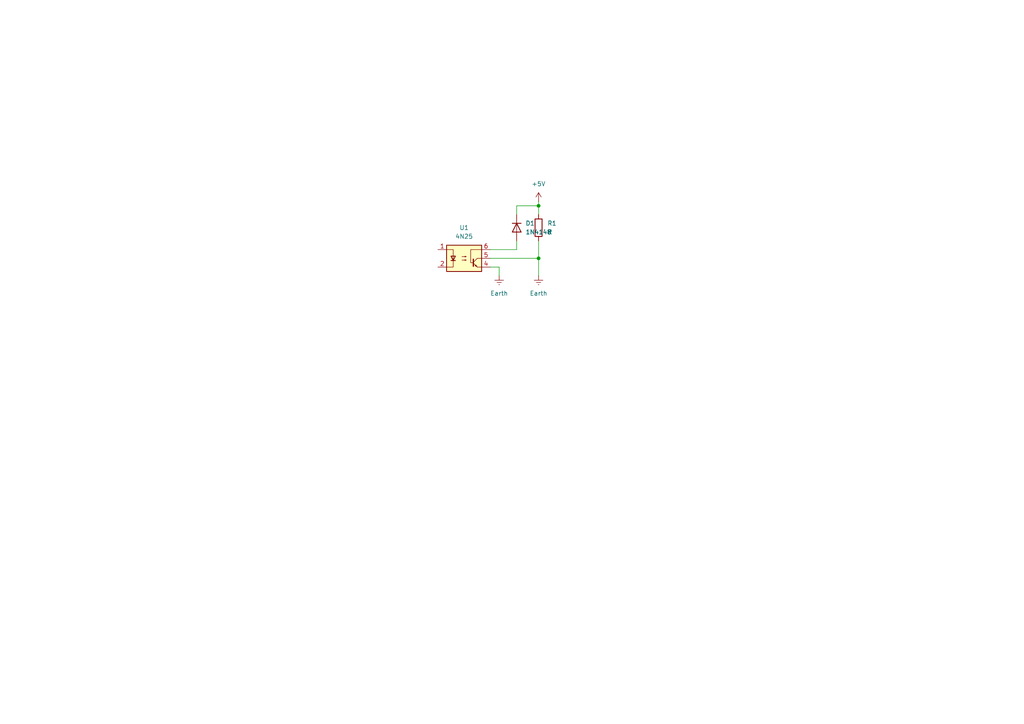
<source format=kicad_sch>
(kicad_sch (version 20231120) (generator "eeschema") (generator_version "8.0")
  (paper "A4")
  (lib_symbols
    (symbol "Device:R" (pin_numbers hide) (pin_names (offset 0))
      (property "Reference" "R" (at 2.032 0 90))
      (property "Value" "R" (at 0 0 90))
      (symbol "R_0_1"
        (rectangle (start -1.016 -2.54) (end 1.016 2.54) (stroke (width 0.254)))
      )
      (symbol "R_1_1"
        (pin passive line (at 0 3.81 270) (length 1.27) (name "~") (number "1"))
        (pin passive line (at 0 -3.81 90) (length 1.27) (name "~") (number "2"))
      )
    )
    (symbol "Diode:1N4148" (pin_numbers hide) (pin_names hide)
      (property "Reference" "D" (at 0 2.54 0))
      (property "Value" "1N4148" (at 0 -2.54 0))
      (symbol "1N4148_0_1"
        (polyline (pts (xy -1.27 1.27) (xy -1.27 -1.27)) (stroke (width 0.254)))
        (polyline (pts (xy 1.27 0) (xy -1.27 0)))
        (polyline (pts (xy 1.27 1.27) (xy 1.27 -1.27) (xy -1.27 0) (xy 1.27 1.27)) (stroke (width 0.254)))
      )
      (symbol "1N4148_1_1"
        (pin passive line (at -3.81 0 0) (length 2.54) (name "K") (number "1"))
        (pin passive line (at 3.81 0 180) (length 2.54) (name "A") (number "2"))
      )
    )
    (symbol "Isolator:4N25" (pin_names (offset 1.016))
      (property "Reference" "U" (at -5.08 5.08 0))
      (property "Value" "4N25" (at 0 5.08 0))
      (symbol "4N25_0_1"
        (rectangle (start -5.08 3.81) (end 5.08 -3.81) (stroke (width 0.254)) (fill (type background)))
        (polyline (pts (xy -3.81 -0.635) (xy -2.54 -0.635)) (stroke (width 0.254)))
        (polyline (pts (xy 2.667 -1.397) (xy 3.81 -2.54)))
        (polyline (pts (xy 2.667 -1.143) (xy 3.81 0)))
        (polyline (pts (xy 3.81 -2.54) (xy 5.08 -2.54)))
        (polyline (pts (xy 3.81 0) (xy 5.08 0)))
        (polyline (pts (xy 2.667 -0.254) (xy 2.667 -2.286) (xy 2.667 -2.286)) (stroke (width 0.3556)))
        (polyline (pts (xy -5.08 -2.54) (xy -3.175 -2.54) (xy -3.175 2.54) (xy -5.08 2.54)))
        (polyline (pts (xy -3.175 -0.635) (xy -3.81 0.635) (xy -2.54 0.635) (xy -3.175 -0.635)) (stroke (width 0.254)))
        (polyline (pts (xy 3.683 -2.413) (xy 3.429 -1.905) (xy 3.175 -2.159) (xy 3.683 -2.413)))
        (polyline (pts (xy 5.08 2.54) (xy 1.905 2.54) (xy 1.905 -1.27) (xy 2.54 -1.27)))
        (polyline (pts (xy -0.635 -0.508) (xy 0.635 -0.508) (xy 0.254 -0.635) (xy 0.254 -0.381) (xy 0.635 -0.508)))
        (polyline (pts (xy -0.635 0.508) (xy 0.635 0.508) (xy 0.254 0.381) (xy 0.254 0.635) (xy 0.635 0.508)))
      )
      (symbol "4N25_1_1"
        (pin passive line (at -7.62 2.54 0) (length 2.54) (name "~") (number "1"))
        (pin passive line (at -7.62 -2.54 0) (length 2.54) (name "~") (number "2"))
        (pin no_connect line (at -5.08 0 0) (length 2.54) hide (name "NC") (number "3"))
        (pin passive line (at 7.62 -2.54 180) (length 2.54) (name "~") (number "4"))
        (pin passive line (at 7.62 0 180) (length 2.54) (name "~") (number "5"))
        (pin passive line (at 7.62 2.54 180) (length 2.54) (name "~") (number "6"))
      )
    )
    (symbol "power:+5V" (power) (pin_numbers hide) (pin_names (offset 0) hide)
      (property "Value" "+5V" (at 0 3.556 0))
      (symbol "+5V_0_1"
        (polyline (pts (xy -0.762 1.27) (xy 0 2.54)))
        (polyline (pts (xy 0 0) (xy 0 2.54)))
        (polyline (pts (xy 0 2.54) (xy 0.762 1.27)))
      )
      (symbol "+5V_1_1"
        (pin power_in line (at 0 0 90) (length 0) (name "~") (number "1"))
      )
    )
    (symbol "power:Earth" (power) (pin_numbers hide) (pin_names (offset 0) hide)
      (property "Value" "Earth" (at 0 -3.81 0))
      (symbol "Earth_0_1"
        (polyline (pts (xy -0.635 -1.905) (xy 0.635 -1.905)))
        (polyline (pts (xy -0.127 -2.54) (xy 0.127 -2.54)))
        (polyline (pts (xy 0 -1.27) (xy 0 0)))
        (polyline (pts (xy 1.27 -1.27) (xy -1.27 -1.27)))
      )
      (symbol "Earth_1_1"
        (pin power_in line (at 0 0 270) (length 0) (name "~") (number "1"))
      )
    )
  )
  (junction (at 156.21 59.69))
  (junction (at 156.21 74.93))
  (wire (pts (xy 156.21 74.93) (xy 156.21 80.01)))
  (wire (pts (xy 144.78 77.47) (xy 144.78 80.01)))
  (wire (pts (xy 142.24 77.47) (xy 144.78 77.47)))
  (wire (pts (xy 156.21 69.85) (xy 156.21 74.93)))
  (wire (pts (xy 142.24 74.93) (xy 156.21 74.93)))
  (wire (pts (xy 156.21 59.69) (xy 156.21 62.23)))
  (wire (pts (xy 149.86 69.85) (xy 149.86 72.39)))
  (wire (pts (xy 149.86 59.69) (xy 156.21 59.69)))
  (wire (pts (xy 149.86 62.23) (xy 149.86 59.69)))
  (wire (pts (xy 149.86 72.39) (xy 142.24 72.39)))
  (wire (pts (xy 156.21 58.42) (xy 156.21 59.69)))
  (symbol (lib_id "Diode:1N4148") (at 149.86 66.04 270) (unit 1)
    (property "Reference" "D1" (at 152.4 64.7699 90) (effects (justify left)))
    (property "Value" "1N4148" (at 152.4 67.3099 90) (effects (justify left)))
    (property "Footprint" "Diode_THT:D_DO-35_SOD27_P7.62mm_Horizontal" (effects (hide yes)))
    (property "Datasheet" "https://assets.nexperia.com/documents/data-sheet/1N4148_1N4448.pdf" (effects (hide yes)))
    (property "Description" "100V 0.15A standard switching diode, DO-35" (effects (hide yes)))
    (property "Sim.Device" "D" (effects (hide yes)))
    (property "Sim.Pins" "1=K 2=A" (effects (hide yes)))
  )
  (symbol (lib_id "power:Earth") (at 156.21 80.01 0) (unit 1)
    (property "Reference" "#PWR01" (effects (hide yes)))
    (property "Value" "Earth" (at 156.21 85.09 0))
    (property "Description" "Power symbol creates a global label with name \"Earth\"" (effects (hide yes)))
  )
  (symbol (lib_id "power:Earth") (at 144.78 80.01 0) (unit 1)
    (property "Reference" "#PWR03" (effects (hide yes)))
    (property "Value" "Earth" (at 144.78 85.09 0))
    (property "Description" "Power symbol creates a global label with name \"Earth\"" (effects (hide yes)))
  )
  (symbol (lib_id "Device:R") (at 156.21 66.04 0) (unit 1)
    (property "Reference" "R1" (at 158.75 64.7699 0) (effects (justify left)))
    (property "Value" "R" (at 158.75 67.3099 0) (effects (justify left)))
    (property "Description" "Resistor" (effects (hide yes)))
  )
  (symbol (lib_id "Isolator:4N25") (at 134.62 74.93 0) (unit 1)
    (property "Reference" "U1" (at 134.62 66.04 0))
    (property "Value" "4N25" (at 134.62 68.58 0))
    (property "Footprint" "Package_DIP:DIP-6_W7.62mm" (effects (hide yes)))
    (property "Datasheet" "https://www.vishay.com/docs/83725/4n25.pdf" (effects (hide yes)))
    (property "Description" "DC Optocoupler Base Connected, Vce 30V, CTR 20%, Viso 2500V, DIP6" (effects (hide yes)))
  )
  (symbol (lib_id "power:+5V") (at 156.21 58.42 0) (unit 1)
    (property "Reference" "#PWR02" (effects (hide yes)))
    (property "Value" "+5V" (at 156.21 53.34 0))
    (property "Description" "Power symbol creates a global label with name \"+5V\"" (effects (hide yes)))
  )
)
</source>
